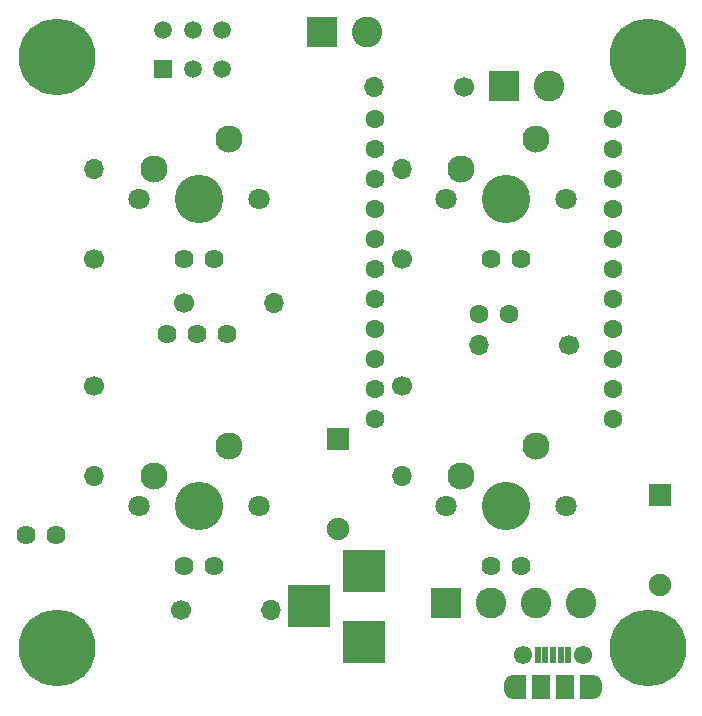
<source format=gbr>
%TF.GenerationSoftware,KiCad,Pcbnew,5.1.6-c6e7f7d~86~ubuntu18.04.1*%
%TF.CreationDate,2020-06-11T22:46:26+02:00*%
%TF.ProjectId,BikeCommunicator,42696b65-436f-46d6-9d75-6e696361746f,rev?*%
%TF.SameCoordinates,Original*%
%TF.FileFunction,Soldermask,Bot*%
%TF.FilePolarity,Negative*%
%FSLAX46Y46*%
G04 Gerber Fmt 4.6, Leading zero omitted, Abs format (unit mm)*
G04 Created by KiCad (PCBNEW 5.1.6-c6e7f7d~86~ubuntu18.04.1) date 2020-06-11 22:46:26*
%MOMM*%
%LPD*%
G01*
G04 APERTURE LIST*
%ADD10C,1.600000*%
%ADD11R,3.600000X3.600000*%
%ADD12C,0.900000*%
%ADD13C,6.500000*%
%ADD14O,1.900000X1.900000*%
%ADD15R,1.900000X1.900000*%
%ADD16C,2.599360*%
%ADD17R,2.599360X2.599360*%
%ADD18C,1.500000*%
%ADD19R,1.500000X1.500000*%
%ADD20R,1.300000X2.000000*%
%ADD21O,1.300000X2.000000*%
%ADD22R,1.600000X2.000000*%
%ADD23C,1.550000*%
%ADD24R,0.500000X1.450000*%
%ADD25C,1.624000*%
%ADD26C,1.800000*%
%ADD27C,4.100000*%
%ADD28C,2.300000*%
%ADD29O,1.700000X1.700000*%
%ADD30C,1.700000*%
G04 APERTURE END LIST*
D10*
%TO.C,U2*%
X133270000Y-86762000D03*
X130730000Y-86762000D03*
X121890000Y-70252000D03*
X142110000Y-70252000D03*
X121890000Y-72792000D03*
X142110000Y-72792000D03*
X121890000Y-75332000D03*
X142110000Y-75332000D03*
X121890000Y-77872000D03*
X142110000Y-77872000D03*
X121890000Y-80412000D03*
X142110000Y-80412000D03*
X121890000Y-82952000D03*
X142110000Y-82952000D03*
X121890000Y-85492000D03*
X142110000Y-85492000D03*
X121890000Y-88032000D03*
X142110000Y-88032000D03*
X121890000Y-90572000D03*
X142110000Y-90572000D03*
X121890000Y-93112000D03*
X142110000Y-93112000D03*
X121890000Y-95652000D03*
X142110000Y-95652000D03*
%TD*%
D11*
%TO.C,J1*%
X116300000Y-111500000D03*
X121000000Y-114500000D03*
X121000000Y-108500000D03*
%TD*%
D12*
%TO.C,H4*%
X146697056Y-113302944D03*
X145000000Y-112600000D03*
X143302944Y-113302944D03*
X142600000Y-115000000D03*
X143302944Y-116697056D03*
X145000000Y-117400000D03*
X146697056Y-116697056D03*
X147400000Y-115000000D03*
D13*
X145000000Y-115000000D03*
%TD*%
D12*
%TO.C,H3*%
X96697056Y-113302944D03*
X95000000Y-112600000D03*
X93302944Y-113302944D03*
X92600000Y-115000000D03*
X93302944Y-116697056D03*
X95000000Y-117400000D03*
X96697056Y-116697056D03*
X97400000Y-115000000D03*
D13*
X95000000Y-115000000D03*
%TD*%
D12*
%TO.C,H2*%
X146697056Y-63302944D03*
X145000000Y-62600000D03*
X143302944Y-63302944D03*
X142600000Y-65000000D03*
X143302944Y-66697056D03*
X145000000Y-67400000D03*
X146697056Y-66697056D03*
X147400000Y-65000000D03*
D13*
X145000000Y-65000000D03*
%TD*%
D12*
%TO.C,H1*%
X96697056Y-63302944D03*
X95000000Y-62600000D03*
X93302944Y-63302944D03*
X92600000Y-65000000D03*
X93302944Y-66697056D03*
X95000000Y-67400000D03*
X96697056Y-66697056D03*
X97400000Y-65000000D03*
D13*
X95000000Y-65000000D03*
%TD*%
D14*
%TO.C,D2*%
X146062700Y-109664500D03*
D15*
X146062700Y-102044500D03*
%TD*%
D16*
%TO.C,BT1*%
X121221500Y-62865000D03*
D17*
X117411500Y-62865000D03*
%TD*%
D16*
%TO.C,J4*%
X136664700Y-67475100D03*
D17*
X132854700Y-67475100D03*
%TD*%
D16*
%TO.C,J3*%
X139382500Y-111252000D03*
X135572500Y-111252000D03*
X131762500Y-111252000D03*
D17*
X127952500Y-111252000D03*
%TD*%
D18*
%TO.C,SW5*%
X109013000Y-62740000D03*
X106513000Y-62740000D03*
X104013000Y-62740000D03*
X109013000Y-66040000D03*
X106513000Y-66040000D03*
D19*
X104013000Y-66040000D03*
%TD*%
D20*
%TO.C,J2*%
X139900000Y-118350000D03*
X134100000Y-118350000D03*
D21*
X133500000Y-118350000D03*
X140500000Y-118350000D03*
D22*
X138000000Y-118350000D03*
D23*
X134500000Y-115650000D03*
D24*
X137000000Y-115650000D03*
X136350000Y-115650000D03*
X135700000Y-115650000D03*
X138300000Y-115650000D03*
X137650000Y-115650000D03*
D23*
X139500000Y-115650000D03*
D22*
X136000000Y-118350000D03*
%TD*%
D14*
%TO.C,D1*%
X118808500Y-104965500D03*
D15*
X118808500Y-97345500D03*
%TD*%
D25*
%TO.C,SW4*%
X131730000Y-108080000D03*
X134270000Y-108080000D03*
D26*
X138080000Y-103000000D03*
X127920000Y-103000000D03*
D27*
X133000000Y-103000000D03*
D28*
X129190000Y-100460000D03*
X135540000Y-97920000D03*
%TD*%
D25*
%TO.C,SW3*%
X105730000Y-108080000D03*
X108270000Y-108080000D03*
D26*
X112080000Y-103000000D03*
X101920000Y-103000000D03*
D27*
X107000000Y-103000000D03*
D28*
X103190000Y-100460000D03*
X109540000Y-97920000D03*
%TD*%
D25*
%TO.C,SW2*%
X131730000Y-82080000D03*
X134270000Y-82080000D03*
D26*
X138080000Y-77000000D03*
X127920000Y-77000000D03*
D27*
X133000000Y-77000000D03*
D28*
X129190000Y-74460000D03*
X135540000Y-71920000D03*
%TD*%
D25*
%TO.C,SW1*%
X105730000Y-82080000D03*
X108270000Y-82080000D03*
D26*
X112080000Y-77000000D03*
X101920000Y-77000000D03*
D27*
X107000000Y-77000000D03*
D28*
X103190000Y-74460000D03*
X109540000Y-71920000D03*
%TD*%
D25*
%TO.C,U1*%
X94946500Y-105434500D03*
X92406500Y-105434500D03*
X109371500Y-88419500D03*
X106831500Y-88419500D03*
X104291500Y-88419500D03*
%TD*%
D29*
%TO.C,R8*%
X124206000Y-100457000D03*
D30*
X124206000Y-92837000D03*
%TD*%
D29*
%TO.C,R7*%
X98171000Y-100457000D03*
D30*
X98171000Y-92837000D03*
%TD*%
D29*
%TO.C,R6*%
X130746500Y-89408000D03*
D30*
X138366500Y-89408000D03*
%TD*%
D29*
%TO.C,R5*%
X113157000Y-111823500D03*
D30*
X105537000Y-111823500D03*
%TD*%
D29*
%TO.C,R4*%
X124206000Y-74485500D03*
D30*
X124206000Y-82105500D03*
%TD*%
D29*
%TO.C,R3*%
X98171000Y-74485500D03*
D30*
X98171000Y-82105500D03*
%TD*%
D29*
%TO.C,R2*%
X121880000Y-67500000D03*
D30*
X129500000Y-67500000D03*
%TD*%
D29*
%TO.C,R1*%
X113347500Y-85852000D03*
D30*
X105727500Y-85852000D03*
%TD*%
M02*

</source>
